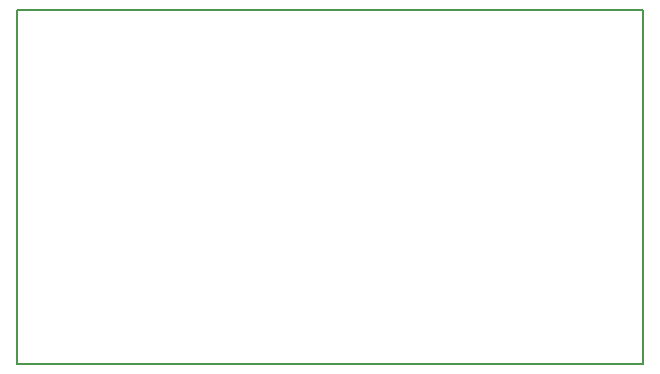
<source format=gm1>
G04 #@! TF.GenerationSoftware,KiCad,Pcbnew,8.0.3*
G04 #@! TF.CreationDate,2024-06-13T11:49:56-06:00*
G04 #@! TF.ProjectId,PCB_Project,5043425f-5072-46f6-9a65-63742e6b6963,rev?*
G04 #@! TF.SameCoordinates,Original*
G04 #@! TF.FileFunction,Profile,NP*
%FSLAX46Y46*%
G04 Gerber Fmt 4.6, Leading zero omitted, Abs format (unit mm)*
G04 Created by KiCad (PCBNEW 8.0.3) date 2024-06-13 11:49:56*
%MOMM*%
%LPD*%
G01*
G04 APERTURE LIST*
G04 #@! TA.AperFunction,Profile*
%ADD10C,0.200000*%
G04 #@! TD*
G04 APERTURE END LIST*
D10*
X93500000Y-67500000D02*
X146500000Y-67500000D01*
X146500000Y-97500000D01*
X93500000Y-97500000D01*
X93500000Y-67500000D01*
M02*

</source>
